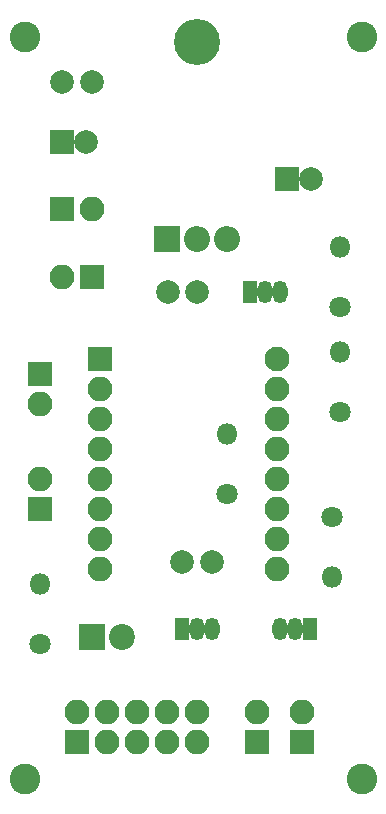
<source format=gbr>
G04 #@! TF.FileFunction,Soldermask,Bot*
%FSLAX46Y46*%
G04 Gerber Fmt 4.6, Leading zero omitted, Abs format (unit mm)*
G04 Created by KiCad (PCBNEW 4.0.7) date Sunday, April 15, 2018 'PMt' 03:49:00 PM*
%MOMM*%
%LPD*%
G01*
G04 APERTURE LIST*
%ADD10C,0.100000*%
%ADD11C,2.000000*%
%ADD12R,2.100000X2.100000*%
%ADD13O,2.100000X2.100000*%
%ADD14O,3.900000X3.900000*%
%ADD15R,2.200000X2.200000*%
%ADD16O,2.200000X2.200000*%
%ADD17O,1.300000X1.900000*%
%ADD18R,1.300000X1.900000*%
%ADD19R,2.000000X2.000000*%
%ADD20C,2.200000*%
%ADD21C,1.800000*%
%ADD22O,1.800000X1.800000*%
%ADD23C,2.600000*%
%ADD24C,2.100000*%
G04 APERTURE END LIST*
D10*
D11*
X112395000Y-76835000D03*
X114895000Y-76835000D03*
D12*
X100330000Y-60960000D03*
D13*
X100330000Y-63500000D03*
D12*
X100330000Y-72390000D03*
D13*
X100330000Y-69850000D03*
D14*
X113665000Y-32870000D03*
D15*
X111125000Y-49530000D03*
D16*
X113665000Y-49530000D03*
X116205000Y-49530000D03*
D17*
X113665000Y-82550000D03*
X114935000Y-82550000D03*
D18*
X112395000Y-82550000D03*
D19*
X102235000Y-41275000D03*
D11*
X104235000Y-41275000D03*
D15*
X104775000Y-83185000D03*
D20*
X107315000Y-83185000D03*
D12*
X122555000Y-92075000D03*
D13*
X122555000Y-89535000D03*
D12*
X118745000Y-92075000D03*
D13*
X118745000Y-89535000D03*
D21*
X100330000Y-83820000D03*
D22*
X100330000Y-78740000D03*
D21*
X116205000Y-71120000D03*
D22*
X116205000Y-66040000D03*
D21*
X125730000Y-55245000D03*
D22*
X125730000Y-50165000D03*
D11*
X113665000Y-53975000D03*
X111165000Y-53975000D03*
X102235000Y-36195000D03*
X104735000Y-36195000D03*
D19*
X121285000Y-44450000D03*
D11*
X123285000Y-44450000D03*
D12*
X103505000Y-92075000D03*
D13*
X103505000Y-89535000D03*
X106045000Y-92075000D03*
X106045000Y-89535000D03*
X108585000Y-92075000D03*
X108585000Y-89535000D03*
X111125000Y-92075000D03*
X111125000Y-89535000D03*
X113665000Y-92075000D03*
X113665000Y-89535000D03*
D21*
X125095000Y-73025000D03*
D22*
X125095000Y-78105000D03*
D21*
X125730000Y-64135000D03*
D22*
X125730000Y-59055000D03*
D12*
X104775000Y-52705000D03*
D13*
X102235000Y-52705000D03*
D17*
X121920000Y-82550000D03*
X120650000Y-82550000D03*
D18*
X123190000Y-82550000D03*
D17*
X119380000Y-53975000D03*
X120650000Y-53975000D03*
D18*
X118110000Y-53975000D03*
D23*
X127635000Y-32385000D03*
X99060000Y-32385000D03*
X127635000Y-95250000D03*
X99060000Y-95250000D03*
D12*
X102235000Y-46990000D03*
D13*
X104775000Y-46990000D03*
X120410000Y-77470000D03*
X120410000Y-74930000D03*
X120410000Y-72390000D03*
X120410000Y-69850000D03*
X120410000Y-67310000D03*
X120410000Y-64770000D03*
X120410000Y-62230000D03*
D24*
X120410000Y-59690000D03*
D12*
X105410000Y-59690000D03*
D13*
X105410000Y-62230000D03*
X105410000Y-64770000D03*
X105410000Y-67310000D03*
X105410000Y-69850000D03*
X105410000Y-72390000D03*
X105410000Y-74930000D03*
X105410000Y-77470000D03*
M02*

</source>
